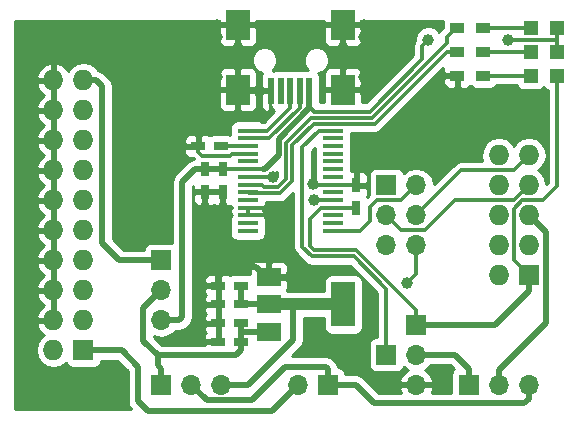
<source format=gtl>
G04 #@! TF.GenerationSoftware,KiCad,Pcbnew,(2017-01-09 revision c2fb336)-makepkg*
G04 #@! TF.CreationDate,2017-04-23T15:55:18+02:00*
G04 #@! TF.ProjectId,jtagTc2050Adaptor,6A74616754633230353041646170746F,rev?*
G04 #@! TF.FileFunction,Copper,L1,Top,Signal*
G04 #@! TF.FilePolarity,Positive*
%FSLAX46Y46*%
G04 Gerber Fmt 4.6, Leading zero omitted, Abs format (unit mm)*
G04 Created by KiCad (PCBNEW (2017-01-09 revision c2fb336)-makepkg) date 04/23/17 15:55:18*
%MOMM*%
%LPD*%
G01*
G04 APERTURE LIST*
%ADD10C,0.100000*%
%ADD11R,0.750000X1.200000*%
%ADD12R,1.200000X0.750000*%
%ADD13O,1.727200X1.727200*%
%ADD14R,1.727200X1.727200*%
%ADD15O,1.700000X1.700000*%
%ADD16R,1.700000X1.700000*%
%ADD17R,2.000000X2.500000*%
%ADD18R,0.500000X2.300000*%
%ADD19R,1.750000X0.450000*%
%ADD20R,2.000000X1.500000*%
%ADD21R,2.000000X3.800000*%
%ADD22R,1.200000X1.200000*%
%ADD23R,1.200000X0.900000*%
%ADD24C,1.000000*%
%ADD25C,0.800000*%
%ADD26C,0.300000*%
%ADD27C,0.500000*%
%ADD28C,1.000000*%
%ADD29C,0.254000*%
G04 APERTURE END LIST*
D10*
D11*
X70485000Y-78679000D03*
X70485000Y-80579000D03*
X68961000Y-80579000D03*
X68961000Y-78679000D03*
X81788000Y-81910000D03*
X81788000Y-80010000D03*
D12*
X70292000Y-76708000D03*
X68392000Y-76708000D03*
X70109000Y-93281500D03*
X72009000Y-93281500D03*
X70106500Y-91694000D03*
X72006500Y-91694000D03*
X70106500Y-90106500D03*
X72006500Y-90106500D03*
X72006500Y-88519000D03*
X70106500Y-88519000D03*
D13*
X93853000Y-77470000D03*
X96393000Y-77470000D03*
X93853000Y-80010000D03*
X96393000Y-80010000D03*
X93853000Y-82550000D03*
X96393000Y-82550000D03*
X93853000Y-85090000D03*
X96393000Y-85090000D03*
X93853000Y-87630000D03*
D14*
X96393000Y-87630000D03*
D15*
X76835000Y-96901000D03*
D16*
X79375000Y-96901000D03*
X84328000Y-94361000D03*
D15*
X86868000Y-96901000D03*
X86868000Y-94361000D03*
D16*
X86868000Y-91821000D03*
D15*
X96393000Y-96901000D03*
X93853000Y-96901000D03*
D16*
X91313000Y-96901000D03*
D17*
X71750000Y-66415000D03*
X71750000Y-71915000D03*
X80650000Y-66415000D03*
X80650000Y-71915000D03*
D18*
X74600000Y-72015000D03*
X75400000Y-72015000D03*
X76200000Y-72015000D03*
X77000000Y-72015000D03*
X77800000Y-72015000D03*
D14*
X58674000Y-93980000D03*
D13*
X56134000Y-93980000D03*
X58674000Y-91440000D03*
X56134000Y-91440000D03*
X58674000Y-88900000D03*
X56134000Y-88900000D03*
X58674000Y-86360000D03*
X56134000Y-86360000D03*
X58674000Y-83820000D03*
X56134000Y-83820000D03*
X58674000Y-81280000D03*
X56134000Y-81280000D03*
X58674000Y-78740000D03*
X56134000Y-78740000D03*
X58674000Y-76200000D03*
X56134000Y-76200000D03*
X58674000Y-73660000D03*
X56134000Y-73660000D03*
X58674000Y-71120000D03*
X56134000Y-71120000D03*
D16*
X65278000Y-86360000D03*
D15*
X65278000Y-88900000D03*
X65278000Y-91440000D03*
D16*
X65278000Y-96901000D03*
D15*
X67818000Y-96901000D03*
X70358000Y-96901000D03*
D19*
X72600000Y-83854000D03*
X72600000Y-83204000D03*
X72600000Y-82554000D03*
X72600000Y-81904000D03*
X72600000Y-81254000D03*
X72600000Y-80604000D03*
X72600000Y-79954000D03*
X72600000Y-79304000D03*
X72600000Y-78654000D03*
X72600000Y-78004000D03*
X72600000Y-77354000D03*
X72600000Y-76704000D03*
X72600000Y-76054000D03*
X72600000Y-75404000D03*
X79800000Y-75404000D03*
X79800000Y-76054000D03*
X79800000Y-76704000D03*
X79800000Y-77354000D03*
X79800000Y-78004000D03*
X79800000Y-78654000D03*
X79800000Y-79304000D03*
X79800000Y-79954000D03*
X79800000Y-80604000D03*
X79800000Y-81254000D03*
X79800000Y-81904000D03*
X79800000Y-82554000D03*
X79800000Y-83204000D03*
X79800000Y-83854000D03*
D20*
X74383500Y-87806500D03*
X74383500Y-92406500D03*
X74383500Y-90106500D03*
D21*
X80683500Y-90106500D03*
D22*
X96563000Y-66675000D03*
X98763000Y-66675000D03*
X98763000Y-68707000D03*
X96563000Y-68707000D03*
X96563000Y-70739000D03*
X98763000Y-70739000D03*
D23*
X90340000Y-66675000D03*
X92540000Y-66675000D03*
X92540000Y-68707000D03*
X90340000Y-68707000D03*
X90340000Y-70739000D03*
X92540000Y-70739000D03*
D15*
X86868000Y-85090000D03*
X84328000Y-85090000D03*
X86868000Y-82550000D03*
X84328000Y-82550000D03*
X86868000Y-80010000D03*
D16*
X84328000Y-80010000D03*
D24*
X87884000Y-67691000D03*
X94615000Y-67691000D03*
D25*
X90271600Y-73609200D03*
D24*
X82423000Y-70866000D03*
X82423000Y-71945500D03*
X82423000Y-67500500D03*
X82423000Y-66421000D03*
X69977000Y-67500500D03*
X69977000Y-66421000D03*
X69977000Y-70866000D03*
X69977000Y-71945500D03*
X76200000Y-87820500D03*
X78105000Y-79946500D03*
X66992500Y-76708000D03*
X74744704Y-79316300D03*
X74295000Y-82232500D03*
X68961000Y-81915000D03*
X70485000Y-81915000D03*
X80650000Y-68389500D03*
X71750000Y-68389500D03*
X71750000Y-69405500D03*
X80650000Y-69405500D03*
X73533000Y-72015000D03*
X86106000Y-88273531D03*
X78168500Y-81280000D03*
D26*
X77958542Y-73513542D02*
X78232000Y-73787000D01*
X78232000Y-73787000D02*
X82931000Y-73787000D01*
X87384001Y-69333999D02*
X87384001Y-68190999D01*
X77800000Y-73513542D02*
X77958542Y-73513542D01*
X82931000Y-73787000D02*
X87384001Y-69333999D01*
X87384001Y-68190999D02*
X87884000Y-67691000D01*
D27*
X68961000Y-78679000D02*
X68086000Y-78679000D01*
X68086000Y-78679000D02*
X67056000Y-79709000D01*
X67056000Y-79709000D02*
X67056000Y-91186000D01*
X67056000Y-91186000D02*
X66802000Y-91440000D01*
X66802000Y-91440000D02*
X65278000Y-91440000D01*
X75247500Y-76066042D02*
X77800000Y-73513542D01*
X75247500Y-77470000D02*
X75247500Y-76066042D01*
X74041000Y-78676500D02*
X75247500Y-77470000D01*
X73850500Y-78676500D02*
X74041000Y-78676500D01*
D26*
X98763000Y-67691000D02*
X98763000Y-68707000D01*
X98763000Y-66675000D02*
X98763000Y-67691000D01*
X98763000Y-67691000D02*
X94615000Y-67691000D01*
D27*
X70485000Y-78679000D02*
X68961000Y-78679000D01*
X77800000Y-73513542D02*
X77800000Y-72015000D01*
D26*
X72600000Y-78654000D02*
X73977500Y-78654000D01*
X72600000Y-78654000D02*
X70510000Y-78654000D01*
X70510000Y-78654000D02*
X70485000Y-78679000D01*
X90340000Y-70739000D02*
X90340000Y-73540800D01*
X90340000Y-73540800D02*
X90271600Y-73609200D01*
X72600000Y-77354000D02*
X71251002Y-77354000D01*
X71251002Y-77354000D02*
X71071502Y-77533500D01*
X71071502Y-77533500D02*
X68707000Y-77533500D01*
X68707000Y-77533500D02*
X68392000Y-77218500D01*
X68392000Y-77218500D02*
X68392000Y-76708000D01*
D27*
X80650000Y-71915000D02*
X82392500Y-71915000D01*
X82392500Y-71915000D02*
X82423000Y-71945500D01*
X82417000Y-66415000D02*
X82423000Y-66421000D01*
X80650000Y-66415000D02*
X82417000Y-66415000D01*
X71750000Y-66415000D02*
X69983000Y-66415000D01*
X69983000Y-66415000D02*
X69977000Y-66421000D01*
X71750000Y-71915000D02*
X70007500Y-71915000D01*
X70007500Y-71915000D02*
X69977000Y-71945500D01*
X74383500Y-87806500D02*
X76186000Y-87806500D01*
X76186000Y-87806500D02*
X76200000Y-87820500D01*
X70548500Y-86931500D02*
X70106500Y-87373500D01*
X70106500Y-87373500D02*
X70106500Y-88519000D01*
X73258500Y-86931500D02*
X70548500Y-86931500D01*
X74383500Y-87806500D02*
X74133500Y-87806500D01*
X74133500Y-87806500D02*
X73258500Y-86931500D01*
D26*
X79800000Y-79954000D02*
X78112500Y-79954000D01*
X78112500Y-79954000D02*
X78105000Y-79946500D01*
X79800000Y-79954000D02*
X81732000Y-79954000D01*
X81732000Y-79954000D02*
X81788000Y-80010000D01*
X68392000Y-76708000D02*
X66992500Y-76708000D01*
X72600000Y-79304000D02*
X74732404Y-79304000D01*
X74732404Y-79304000D02*
X74744704Y-79316300D01*
X72600000Y-82554000D02*
X73973500Y-82554000D01*
X73973500Y-82554000D02*
X74295000Y-82232500D01*
X72600000Y-81904000D02*
X73966500Y-81904000D01*
X73966500Y-81904000D02*
X74295000Y-82232500D01*
X72600000Y-82554000D02*
X72600000Y-81904000D01*
D27*
X68961000Y-80579000D02*
X68961000Y-81915000D01*
X70485000Y-80579000D02*
X70485000Y-81915000D01*
X80650000Y-68389500D02*
X80650000Y-69405500D01*
X80650000Y-66415000D02*
X80650000Y-68389500D01*
X71750000Y-69405500D02*
X71750000Y-68389500D01*
X71750000Y-66415000D02*
X71750000Y-68389500D01*
X71750000Y-71915000D02*
X71750000Y-69405500D01*
X80650000Y-69405500D02*
X80650000Y-71915000D01*
X71750000Y-66415000D02*
X73250000Y-66415000D01*
X73250000Y-66415000D02*
X80650000Y-66415000D01*
X73533000Y-72015000D02*
X71850000Y-72015000D01*
X74600000Y-72015000D02*
X73533000Y-72015000D01*
X71850000Y-72015000D02*
X71750000Y-71915000D01*
X76835000Y-96901000D02*
X74612500Y-99123500D01*
X64135000Y-99123500D02*
X63309500Y-98298000D01*
X74612500Y-99123500D02*
X64135000Y-99123500D01*
X63309500Y-98298000D02*
X63309500Y-95377000D01*
X63309500Y-95377000D02*
X61912500Y-93980000D01*
X61912500Y-93980000D02*
X58674000Y-93980000D01*
D26*
X98763000Y-70739000D02*
X98763000Y-80116500D01*
X98763000Y-80116500D02*
X97599500Y-81280000D01*
X95948500Y-87185500D02*
X96393000Y-87630000D01*
X97599500Y-81280000D02*
X95830120Y-81280000D01*
X95830120Y-81280000D02*
X95123000Y-81987120D01*
X95123000Y-81987120D02*
X95123000Y-86360000D01*
X95123000Y-86360000D02*
X95948500Y-87185500D01*
X86868000Y-90605878D02*
X81796622Y-85534500D01*
X77851000Y-85153500D02*
X77851000Y-82855502D01*
X86868000Y-91821000D02*
X86868000Y-90605878D01*
X81796622Y-85534500D02*
X78232000Y-85534500D01*
X77851000Y-82855502D02*
X78802502Y-81904000D01*
X78232000Y-85534500D02*
X77851000Y-85153500D01*
X78802502Y-81904000D02*
X79800000Y-81904000D01*
D27*
X96393000Y-87630000D02*
X96393000Y-88993600D01*
X96393000Y-88993600D02*
X93565600Y-91821000D01*
X93565600Y-91821000D02*
X88218000Y-91821000D01*
X88218000Y-91821000D02*
X86868000Y-91821000D01*
D26*
X79800000Y-81904000D02*
X81782000Y-81904000D01*
X81782000Y-81904000D02*
X81788000Y-81910000D01*
X72600000Y-76704000D02*
X70296000Y-76704000D01*
X70296000Y-76704000D02*
X70292000Y-76708000D01*
D27*
X65278000Y-96901000D02*
X65278000Y-95551000D01*
X65278000Y-95551000D02*
X64960500Y-95233500D01*
X64960500Y-95233500D02*
X64960500Y-94424500D01*
X72009000Y-93281500D02*
X72009000Y-92456000D01*
X72834000Y-92456000D02*
X72009000Y-92456000D01*
X72009000Y-92456000D02*
X72009000Y-91696500D01*
X74383500Y-92406500D02*
X72883500Y-92406500D01*
X72883500Y-92406500D02*
X72834000Y-92456000D01*
X65278000Y-88900000D02*
X63754000Y-90424000D01*
X63754000Y-90424000D02*
X63754000Y-93218000D01*
X63754000Y-93218000D02*
X64960500Y-94424500D01*
X64960500Y-94424500D02*
X71564500Y-94424500D01*
X71564500Y-94424500D02*
X72009000Y-93980000D01*
X72009000Y-93980000D02*
X72009000Y-93281500D01*
X72009000Y-91696500D02*
X72006500Y-91694000D01*
X76454000Y-90106500D02*
X76454000Y-93091000D01*
X76454000Y-93091000D02*
X72644000Y-96901000D01*
X72644000Y-96901000D02*
X71560081Y-96901000D01*
X71560081Y-96901000D02*
X70358000Y-96901000D01*
D28*
X76454000Y-90106500D02*
X80683500Y-90106500D01*
X74383500Y-90106500D02*
X76454000Y-90106500D01*
D27*
X74383500Y-90106500D02*
X72006500Y-90106500D01*
X72006500Y-90106500D02*
X72006500Y-88519000D01*
D26*
X86868000Y-82550000D02*
X90678000Y-78740000D01*
X90678000Y-78740000D02*
X95123000Y-78740000D01*
X95123000Y-78740000D02*
X95529401Y-78333599D01*
X95529401Y-78333599D02*
X96393000Y-77470000D01*
X84328000Y-82550000D02*
X85598000Y-83820000D01*
X87566500Y-83820000D02*
X90106500Y-81280000D01*
X95123000Y-81280000D02*
X95529401Y-80873599D01*
X85598000Y-83820000D02*
X87566500Y-83820000D01*
X90106500Y-81280000D02*
X95123000Y-81280000D01*
X95529401Y-80873599D02*
X96393000Y-80010000D01*
D27*
X93853000Y-96901000D02*
X93853000Y-95698919D01*
X93853000Y-95698919D02*
X97853500Y-91698419D01*
X97256599Y-83413599D02*
X96393000Y-82550000D01*
X97853500Y-91698419D02*
X97853500Y-84010500D01*
X97853500Y-84010500D02*
X97256599Y-83413599D01*
X75755500Y-95377000D02*
X79201000Y-95377000D01*
X79201000Y-95377000D02*
X79375000Y-95551000D01*
X79375000Y-95551000D02*
X79375000Y-96901000D01*
X72931499Y-98201001D02*
X75755500Y-95377000D01*
X67818000Y-96901000D02*
X69118001Y-98201001D01*
X69118001Y-98201001D02*
X72931499Y-98201001D01*
X96393000Y-96901000D02*
X96393000Y-98103081D01*
X96393000Y-98103081D02*
X96007581Y-98488500D01*
X96007581Y-98488500D02*
X83312000Y-98488500D01*
X83312000Y-98488500D02*
X81724500Y-96901000D01*
X81724500Y-96901000D02*
X79375000Y-96901000D01*
D26*
X77216000Y-85225622D02*
X77216000Y-76813000D01*
X78024888Y-86034510D02*
X77216000Y-85225622D01*
X81589511Y-86034511D02*
X78024888Y-86034510D01*
X84328000Y-88773000D02*
X81589511Y-86034511D01*
X84328000Y-94361000D02*
X84328000Y-88773000D01*
X78625000Y-75404000D02*
X79800000Y-75404000D01*
X77216000Y-76813000D02*
X78625000Y-75404000D01*
D27*
X86868000Y-94361000D02*
X90123000Y-94361000D01*
X90123000Y-94361000D02*
X91313000Y-95551000D01*
X91313000Y-95551000D02*
X91313000Y-96901000D01*
D26*
X76200000Y-72015000D02*
X76200000Y-73465000D01*
X76200000Y-73465000D02*
X74261000Y-75404000D01*
X74261000Y-75404000D02*
X73775000Y-75404000D01*
X73775000Y-75404000D02*
X72600000Y-75404000D01*
X77000000Y-72015000D02*
X77000000Y-73465000D01*
X77000000Y-73465000D02*
X74411000Y-76054000D01*
X74411000Y-76054000D02*
X73775000Y-76054000D01*
X73775000Y-76054000D02*
X72600000Y-76054000D01*
D27*
X58674000Y-71120000D02*
X59753500Y-71120000D01*
X59753500Y-71120000D02*
X60261500Y-71628000D01*
X60261500Y-71628000D02*
X60261500Y-84899500D01*
X60261500Y-84899500D02*
X61722000Y-86360000D01*
X61722000Y-86360000D02*
X65278000Y-86360000D01*
D26*
X86605999Y-87773532D02*
X86106000Y-88273531D01*
X86868000Y-87511531D02*
X86605999Y-87773532D01*
X86868000Y-85090000D02*
X86868000Y-87511531D01*
X79800000Y-83854000D02*
X82135000Y-83854000D01*
X82135000Y-83854000D02*
X82931000Y-83058000D01*
X82931000Y-83058000D02*
X82931000Y-81851500D01*
X85598000Y-81280000D02*
X86018001Y-80859999D01*
X82931000Y-81851500D02*
X83502500Y-81280000D01*
X83502500Y-81280000D02*
X85598000Y-81280000D01*
X86018001Y-80859999D02*
X86868000Y-80010000D01*
X79800000Y-81254000D02*
X78194500Y-81254000D01*
X78194500Y-81254000D02*
X78168500Y-81280000D01*
X92540000Y-66675000D02*
X96563000Y-66675000D01*
X96563000Y-68707000D02*
X95663000Y-68707000D01*
X95663000Y-68707000D02*
X92540000Y-68707000D01*
X92540000Y-70739000D02*
X96563000Y-70739000D01*
X83138112Y-74287010D02*
X89440000Y-67985122D01*
X90190000Y-66675000D02*
X90340000Y-66675000D01*
X89440000Y-67425000D02*
X90190000Y-66675000D01*
X89440000Y-67985122D02*
X89440000Y-67425000D01*
X73775000Y-79954000D02*
X73987301Y-80166301D01*
X72600000Y-79954000D02*
X73775000Y-79954000D01*
X73987301Y-80166301D02*
X75152705Y-80166301D01*
X77985989Y-74287011D02*
X83138112Y-74287010D01*
X75847511Y-79471495D02*
X75847511Y-76425489D01*
X75847511Y-76425489D02*
X77985989Y-74287011D01*
X75152705Y-80166301D02*
X75847511Y-79471495D01*
X72662312Y-80666312D02*
X72600000Y-80604000D01*
X76347522Y-79678606D02*
X75359816Y-80666312D01*
X76347522Y-76632600D02*
X76347522Y-79678606D01*
X78193100Y-74787022D02*
X76347522Y-76632600D01*
X89425244Y-68707000D02*
X83345222Y-74787022D01*
X90340000Y-68707000D02*
X89425244Y-68707000D01*
X75359816Y-80666312D02*
X72662312Y-80666312D01*
X83345222Y-74787022D02*
X78193100Y-74787022D01*
D29*
G36*
X70115000Y-66129250D02*
X70273750Y-66288000D01*
X71623000Y-66288000D01*
X71623000Y-66268000D01*
X71877000Y-66268000D01*
X71877000Y-66288000D01*
X73226250Y-66288000D01*
X73385000Y-66129250D01*
X73385000Y-66115000D01*
X79015000Y-66115000D01*
X79015000Y-66129250D01*
X79173750Y-66288000D01*
X80523000Y-66288000D01*
X80523000Y-66268000D01*
X80777000Y-66268000D01*
X80777000Y-66288000D01*
X82126250Y-66288000D01*
X82285000Y-66129250D01*
X82285000Y-66115000D01*
X89114440Y-66115000D01*
X89092560Y-66225000D01*
X89092560Y-66662282D01*
X88884921Y-66869921D01*
X88797978Y-67000040D01*
X88527765Y-66729355D01*
X88110756Y-66556197D01*
X87659225Y-66555803D01*
X87241914Y-66728233D01*
X86922355Y-67047235D01*
X86749197Y-67464244D01*
X86748943Y-67755618D01*
X86658756Y-67890592D01*
X86639953Y-67985122D01*
X86599001Y-68190999D01*
X86599001Y-69008841D01*
X82605842Y-73002000D01*
X82285000Y-73002000D01*
X82285000Y-72200750D01*
X82126250Y-72042000D01*
X80777000Y-72042000D01*
X80777000Y-72062000D01*
X80523000Y-72062000D01*
X80523000Y-72042000D01*
X79173750Y-72042000D01*
X79015000Y-72200750D01*
X79015000Y-73002000D01*
X78697440Y-73002000D01*
X78697440Y-70865000D01*
X78648157Y-70617235D01*
X78595676Y-70538691D01*
X79015000Y-70538691D01*
X79015000Y-71629250D01*
X79173750Y-71788000D01*
X80523000Y-71788000D01*
X80523000Y-70188750D01*
X80777000Y-70188750D01*
X80777000Y-71788000D01*
X82126250Y-71788000D01*
X82285000Y-71629250D01*
X82285000Y-70538691D01*
X82188327Y-70305302D01*
X82009699Y-70126673D01*
X81776310Y-70030000D01*
X80935750Y-70030000D01*
X80777000Y-70188750D01*
X80523000Y-70188750D01*
X80364250Y-70030000D01*
X79523690Y-70030000D01*
X79290301Y-70126673D01*
X79111673Y-70305302D01*
X79015000Y-70538691D01*
X78595676Y-70538691D01*
X78569922Y-70500149D01*
X78614873Y-70500188D01*
X79013800Y-70335354D01*
X79319282Y-70030405D01*
X79484811Y-69631767D01*
X79485188Y-69200127D01*
X79320354Y-68801200D01*
X79015405Y-68495718D01*
X78616767Y-68330189D01*
X78185127Y-68329812D01*
X77786200Y-68494646D01*
X77480718Y-68799595D01*
X77315189Y-69198233D01*
X77314812Y-69629873D01*
X77479646Y-70028800D01*
X77668077Y-70217560D01*
X77550000Y-70217560D01*
X77400000Y-70247397D01*
X77250000Y-70217560D01*
X76750000Y-70217560D01*
X76600000Y-70247397D01*
X76450000Y-70217560D01*
X75950000Y-70217560D01*
X75800000Y-70247397D01*
X75650000Y-70217560D01*
X75150000Y-70217560D01*
X75012369Y-70244936D01*
X74976310Y-70230000D01*
X74883750Y-70230000D01*
X74735492Y-70378258D01*
X74727002Y-70383931D01*
X74727002Y-70230000D01*
X74719338Y-70230000D01*
X74919282Y-70030405D01*
X75084811Y-69631767D01*
X75085188Y-69200127D01*
X74920354Y-68801200D01*
X74615405Y-68495718D01*
X74216767Y-68330189D01*
X73785127Y-68329812D01*
X73386200Y-68494646D01*
X73080718Y-68799595D01*
X72915189Y-69198233D01*
X72914812Y-69629873D01*
X73079646Y-70028800D01*
X73384595Y-70334282D01*
X73783233Y-70499811D01*
X73817134Y-70499841D01*
X73811673Y-70505302D01*
X73715000Y-70738691D01*
X73715000Y-71729250D01*
X73873750Y-71888000D01*
X74475000Y-71888000D01*
X74475000Y-71868000D01*
X74502560Y-71868000D01*
X74502560Y-73165000D01*
X74551843Y-73412765D01*
X74692191Y-73622809D01*
X74735492Y-73651742D01*
X74819296Y-73735546D01*
X73935842Y-74619000D01*
X73779871Y-74619000D01*
X73722765Y-74580843D01*
X73475000Y-74531560D01*
X71725000Y-74531560D01*
X71477235Y-74580843D01*
X71267191Y-74721191D01*
X71126843Y-74931235D01*
X71077560Y-75179000D01*
X71077560Y-75629000D01*
X71096918Y-75726320D01*
X70892000Y-75685560D01*
X69692000Y-75685560D01*
X69444235Y-75734843D01*
X69352898Y-75795873D01*
X69351698Y-75794673D01*
X69118309Y-75698000D01*
X68677750Y-75698000D01*
X68519000Y-75856750D01*
X68519000Y-76581000D01*
X68539000Y-76581000D01*
X68539000Y-76835000D01*
X68519000Y-76835000D01*
X68519000Y-76855000D01*
X68265000Y-76855000D01*
X68265000Y-76835000D01*
X67315750Y-76835000D01*
X67157000Y-76993750D01*
X67157000Y-77209310D01*
X67253673Y-77442699D01*
X67432302Y-77621327D01*
X67665691Y-77718000D01*
X68063505Y-77718000D01*
X68001491Y-77810809D01*
X67803516Y-77850190D01*
X67747325Y-77861367D01*
X67460210Y-78053210D01*
X67460208Y-78053213D01*
X66430210Y-79083210D01*
X66238367Y-79370325D01*
X66238367Y-79370326D01*
X66170999Y-79709000D01*
X66171000Y-79709005D01*
X66171000Y-84871113D01*
X66128000Y-84862560D01*
X64428000Y-84862560D01*
X64180235Y-84911843D01*
X63970191Y-85052191D01*
X63829843Y-85262235D01*
X63787522Y-85475000D01*
X62088579Y-85475000D01*
X61146500Y-84532920D01*
X61146500Y-76206690D01*
X67157000Y-76206690D01*
X67157000Y-76422250D01*
X67315750Y-76581000D01*
X68265000Y-76581000D01*
X68265000Y-75856750D01*
X68106250Y-75698000D01*
X67665691Y-75698000D01*
X67432302Y-75794673D01*
X67253673Y-75973301D01*
X67157000Y-76206690D01*
X61146500Y-76206690D01*
X61146500Y-72200750D01*
X70115000Y-72200750D01*
X70115000Y-73291309D01*
X70211673Y-73524698D01*
X70390301Y-73703327D01*
X70623690Y-73800000D01*
X71464250Y-73800000D01*
X71623000Y-73641250D01*
X71623000Y-72042000D01*
X71877000Y-72042000D01*
X71877000Y-73641250D01*
X72035750Y-73800000D01*
X72876310Y-73800000D01*
X73109699Y-73703327D01*
X73288327Y-73524698D01*
X73385000Y-73291309D01*
X73385000Y-72300750D01*
X73715000Y-72300750D01*
X73715000Y-73291309D01*
X73811673Y-73524698D01*
X73990301Y-73703327D01*
X74223690Y-73800000D01*
X74316250Y-73800000D01*
X74475000Y-73641250D01*
X74475000Y-72142000D01*
X73873750Y-72142000D01*
X73715000Y-72300750D01*
X73385000Y-72300750D01*
X73385000Y-72200750D01*
X73226250Y-72042000D01*
X71877000Y-72042000D01*
X71623000Y-72042000D01*
X70273750Y-72042000D01*
X70115000Y-72200750D01*
X61146500Y-72200750D01*
X61146500Y-71628000D01*
X61079133Y-71289325D01*
X60887290Y-71002210D01*
X60887287Y-71002208D01*
X60423771Y-70538691D01*
X70115000Y-70538691D01*
X70115000Y-71629250D01*
X70273750Y-71788000D01*
X71623000Y-71788000D01*
X71623000Y-70188750D01*
X71877000Y-70188750D01*
X71877000Y-71788000D01*
X73226250Y-71788000D01*
X73385000Y-71629250D01*
X73385000Y-70538691D01*
X73288327Y-70305302D01*
X73109699Y-70126673D01*
X72876310Y-70030000D01*
X72035750Y-70030000D01*
X71877000Y-70188750D01*
X71623000Y-70188750D01*
X71464250Y-70030000D01*
X70623690Y-70030000D01*
X70390301Y-70126673D01*
X70211673Y-70305302D01*
X70115000Y-70538691D01*
X60423771Y-70538691D01*
X60379290Y-70494210D01*
X60092175Y-70302367D01*
X60024975Y-70289000D01*
X59887855Y-70261724D01*
X59733670Y-70030971D01*
X59247489Y-69706115D01*
X58674000Y-69592041D01*
X58100511Y-69706115D01*
X57614330Y-70030971D01*
X57398336Y-70354228D01*
X57340821Y-70231510D01*
X56908947Y-69837312D01*
X56493026Y-69665042D01*
X56261000Y-69786183D01*
X56261000Y-70993000D01*
X56281000Y-70993000D01*
X56281000Y-71247000D01*
X56261000Y-71247000D01*
X56261000Y-73533000D01*
X56281000Y-73533000D01*
X56281000Y-73787000D01*
X56261000Y-73787000D01*
X56261000Y-76073000D01*
X56281000Y-76073000D01*
X56281000Y-76327000D01*
X56261000Y-76327000D01*
X56261000Y-78613000D01*
X56281000Y-78613000D01*
X56281000Y-78867000D01*
X56261000Y-78867000D01*
X56261000Y-81153000D01*
X56281000Y-81153000D01*
X56281000Y-81407000D01*
X56261000Y-81407000D01*
X56261000Y-83693000D01*
X56281000Y-83693000D01*
X56281000Y-83947000D01*
X56261000Y-83947000D01*
X56261000Y-86233000D01*
X56281000Y-86233000D01*
X56281000Y-86487000D01*
X56261000Y-86487000D01*
X56261000Y-88773000D01*
X56281000Y-88773000D01*
X56281000Y-89027000D01*
X56261000Y-89027000D01*
X56261000Y-91313000D01*
X56281000Y-91313000D01*
X56281000Y-91567000D01*
X56261000Y-91567000D01*
X56261000Y-91587000D01*
X56007000Y-91587000D01*
X56007000Y-91567000D01*
X54799531Y-91567000D01*
X54679032Y-91799027D01*
X54927179Y-92328490D01*
X55345161Y-92710008D01*
X55074330Y-92890971D01*
X54749474Y-93377152D01*
X54635400Y-93950641D01*
X54635400Y-94009359D01*
X54749474Y-94582848D01*
X55074330Y-95069029D01*
X55560511Y-95393885D01*
X56134000Y-95507959D01*
X56707489Y-95393885D01*
X57193670Y-95069029D01*
X57204559Y-95052733D01*
X57212243Y-95091365D01*
X57352591Y-95301409D01*
X57562635Y-95441757D01*
X57810400Y-95491040D01*
X59537600Y-95491040D01*
X59785365Y-95441757D01*
X59995409Y-95301409D01*
X60135757Y-95091365D01*
X60180783Y-94865000D01*
X61545920Y-94865000D01*
X62424500Y-95743579D01*
X62424500Y-98297995D01*
X62424499Y-98298000D01*
X62480690Y-98580484D01*
X62491867Y-98636675D01*
X62681655Y-98920714D01*
X62683710Y-98923790D01*
X62744920Y-98985000D01*
X52907000Y-98985000D01*
X52907000Y-89259027D01*
X54679032Y-89259027D01*
X54927179Y-89788490D01*
X55345152Y-90170000D01*
X54927179Y-90551510D01*
X54679032Y-91080973D01*
X54799531Y-91313000D01*
X56007000Y-91313000D01*
X56007000Y-89027000D01*
X54799531Y-89027000D01*
X54679032Y-89259027D01*
X52907000Y-89259027D01*
X52907000Y-86719027D01*
X54679032Y-86719027D01*
X54927179Y-87248490D01*
X55345152Y-87630000D01*
X54927179Y-88011510D01*
X54679032Y-88540973D01*
X54799531Y-88773000D01*
X56007000Y-88773000D01*
X56007000Y-86487000D01*
X54799531Y-86487000D01*
X54679032Y-86719027D01*
X52907000Y-86719027D01*
X52907000Y-84179027D01*
X54679032Y-84179027D01*
X54927179Y-84708490D01*
X55345152Y-85090000D01*
X54927179Y-85471510D01*
X54679032Y-86000973D01*
X54799531Y-86233000D01*
X56007000Y-86233000D01*
X56007000Y-83947000D01*
X54799531Y-83947000D01*
X54679032Y-84179027D01*
X52907000Y-84179027D01*
X52907000Y-81639027D01*
X54679032Y-81639027D01*
X54927179Y-82168490D01*
X55345152Y-82550000D01*
X54927179Y-82931510D01*
X54679032Y-83460973D01*
X54799531Y-83693000D01*
X56007000Y-83693000D01*
X56007000Y-81407000D01*
X54799531Y-81407000D01*
X54679032Y-81639027D01*
X52907000Y-81639027D01*
X52907000Y-79099027D01*
X54679032Y-79099027D01*
X54927179Y-79628490D01*
X55345152Y-80010000D01*
X54927179Y-80391510D01*
X54679032Y-80920973D01*
X54799531Y-81153000D01*
X56007000Y-81153000D01*
X56007000Y-78867000D01*
X54799531Y-78867000D01*
X54679032Y-79099027D01*
X52907000Y-79099027D01*
X52907000Y-76559027D01*
X54679032Y-76559027D01*
X54927179Y-77088490D01*
X55345152Y-77470000D01*
X54927179Y-77851510D01*
X54679032Y-78380973D01*
X54799531Y-78613000D01*
X56007000Y-78613000D01*
X56007000Y-76327000D01*
X54799531Y-76327000D01*
X54679032Y-76559027D01*
X52907000Y-76559027D01*
X52907000Y-74019027D01*
X54679032Y-74019027D01*
X54927179Y-74548490D01*
X55345152Y-74930000D01*
X54927179Y-75311510D01*
X54679032Y-75840973D01*
X54799531Y-76073000D01*
X56007000Y-76073000D01*
X56007000Y-73787000D01*
X54799531Y-73787000D01*
X54679032Y-74019027D01*
X52907000Y-74019027D01*
X52907000Y-71479027D01*
X54679032Y-71479027D01*
X54927179Y-72008490D01*
X55345152Y-72390000D01*
X54927179Y-72771510D01*
X54679032Y-73300973D01*
X54799531Y-73533000D01*
X56007000Y-73533000D01*
X56007000Y-71247000D01*
X54799531Y-71247000D01*
X54679032Y-71479027D01*
X52907000Y-71479027D01*
X52907000Y-70760973D01*
X54679032Y-70760973D01*
X54799531Y-70993000D01*
X56007000Y-70993000D01*
X56007000Y-69786183D01*
X55774974Y-69665042D01*
X55359053Y-69837312D01*
X54927179Y-70231510D01*
X54679032Y-70760973D01*
X52907000Y-70760973D01*
X52907000Y-66700750D01*
X70115000Y-66700750D01*
X70115000Y-67791309D01*
X70211673Y-68024698D01*
X70390301Y-68203327D01*
X70623690Y-68300000D01*
X71464250Y-68300000D01*
X71623000Y-68141250D01*
X71623000Y-66542000D01*
X71877000Y-66542000D01*
X71877000Y-68141250D01*
X72035750Y-68300000D01*
X72876310Y-68300000D01*
X73109699Y-68203327D01*
X73288327Y-68024698D01*
X73385000Y-67791309D01*
X73385000Y-66700750D01*
X79015000Y-66700750D01*
X79015000Y-67791309D01*
X79111673Y-68024698D01*
X79290301Y-68203327D01*
X79523690Y-68300000D01*
X80364250Y-68300000D01*
X80523000Y-68141250D01*
X80523000Y-66542000D01*
X80777000Y-66542000D01*
X80777000Y-68141250D01*
X80935750Y-68300000D01*
X81776310Y-68300000D01*
X82009699Y-68203327D01*
X82188327Y-68024698D01*
X82285000Y-67791309D01*
X82285000Y-66700750D01*
X82126250Y-66542000D01*
X80777000Y-66542000D01*
X80523000Y-66542000D01*
X79173750Y-66542000D01*
X79015000Y-66700750D01*
X73385000Y-66700750D01*
X73226250Y-66542000D01*
X71877000Y-66542000D01*
X71623000Y-66542000D01*
X70273750Y-66542000D01*
X70115000Y-66700750D01*
X52907000Y-66700750D01*
X52907000Y-66115000D01*
X70115000Y-66115000D01*
X70115000Y-66129250D01*
X70115000Y-66129250D01*
G37*
X70115000Y-66129250D02*
X70273750Y-66288000D01*
X71623000Y-66288000D01*
X71623000Y-66268000D01*
X71877000Y-66268000D01*
X71877000Y-66288000D01*
X73226250Y-66288000D01*
X73385000Y-66129250D01*
X73385000Y-66115000D01*
X79015000Y-66115000D01*
X79015000Y-66129250D01*
X79173750Y-66288000D01*
X80523000Y-66288000D01*
X80523000Y-66268000D01*
X80777000Y-66268000D01*
X80777000Y-66288000D01*
X82126250Y-66288000D01*
X82285000Y-66129250D01*
X82285000Y-66115000D01*
X89114440Y-66115000D01*
X89092560Y-66225000D01*
X89092560Y-66662282D01*
X88884921Y-66869921D01*
X88797978Y-67000040D01*
X88527765Y-66729355D01*
X88110756Y-66556197D01*
X87659225Y-66555803D01*
X87241914Y-66728233D01*
X86922355Y-67047235D01*
X86749197Y-67464244D01*
X86748943Y-67755618D01*
X86658756Y-67890592D01*
X86639953Y-67985122D01*
X86599001Y-68190999D01*
X86599001Y-69008841D01*
X82605842Y-73002000D01*
X82285000Y-73002000D01*
X82285000Y-72200750D01*
X82126250Y-72042000D01*
X80777000Y-72042000D01*
X80777000Y-72062000D01*
X80523000Y-72062000D01*
X80523000Y-72042000D01*
X79173750Y-72042000D01*
X79015000Y-72200750D01*
X79015000Y-73002000D01*
X78697440Y-73002000D01*
X78697440Y-70865000D01*
X78648157Y-70617235D01*
X78595676Y-70538691D01*
X79015000Y-70538691D01*
X79015000Y-71629250D01*
X79173750Y-71788000D01*
X80523000Y-71788000D01*
X80523000Y-70188750D01*
X80777000Y-70188750D01*
X80777000Y-71788000D01*
X82126250Y-71788000D01*
X82285000Y-71629250D01*
X82285000Y-70538691D01*
X82188327Y-70305302D01*
X82009699Y-70126673D01*
X81776310Y-70030000D01*
X80935750Y-70030000D01*
X80777000Y-70188750D01*
X80523000Y-70188750D01*
X80364250Y-70030000D01*
X79523690Y-70030000D01*
X79290301Y-70126673D01*
X79111673Y-70305302D01*
X79015000Y-70538691D01*
X78595676Y-70538691D01*
X78569922Y-70500149D01*
X78614873Y-70500188D01*
X79013800Y-70335354D01*
X79319282Y-70030405D01*
X79484811Y-69631767D01*
X79485188Y-69200127D01*
X79320354Y-68801200D01*
X79015405Y-68495718D01*
X78616767Y-68330189D01*
X78185127Y-68329812D01*
X77786200Y-68494646D01*
X77480718Y-68799595D01*
X77315189Y-69198233D01*
X77314812Y-69629873D01*
X77479646Y-70028800D01*
X77668077Y-70217560D01*
X77550000Y-70217560D01*
X77400000Y-70247397D01*
X77250000Y-70217560D01*
X76750000Y-70217560D01*
X76600000Y-70247397D01*
X76450000Y-70217560D01*
X75950000Y-70217560D01*
X75800000Y-70247397D01*
X75650000Y-70217560D01*
X75150000Y-70217560D01*
X75012369Y-70244936D01*
X74976310Y-70230000D01*
X74883750Y-70230000D01*
X74735492Y-70378258D01*
X74727002Y-70383931D01*
X74727002Y-70230000D01*
X74719338Y-70230000D01*
X74919282Y-70030405D01*
X75084811Y-69631767D01*
X75085188Y-69200127D01*
X74920354Y-68801200D01*
X74615405Y-68495718D01*
X74216767Y-68330189D01*
X73785127Y-68329812D01*
X73386200Y-68494646D01*
X73080718Y-68799595D01*
X72915189Y-69198233D01*
X72914812Y-69629873D01*
X73079646Y-70028800D01*
X73384595Y-70334282D01*
X73783233Y-70499811D01*
X73817134Y-70499841D01*
X73811673Y-70505302D01*
X73715000Y-70738691D01*
X73715000Y-71729250D01*
X73873750Y-71888000D01*
X74475000Y-71888000D01*
X74475000Y-71868000D01*
X74502560Y-71868000D01*
X74502560Y-73165000D01*
X74551843Y-73412765D01*
X74692191Y-73622809D01*
X74735492Y-73651742D01*
X74819296Y-73735546D01*
X73935842Y-74619000D01*
X73779871Y-74619000D01*
X73722765Y-74580843D01*
X73475000Y-74531560D01*
X71725000Y-74531560D01*
X71477235Y-74580843D01*
X71267191Y-74721191D01*
X71126843Y-74931235D01*
X71077560Y-75179000D01*
X71077560Y-75629000D01*
X71096918Y-75726320D01*
X70892000Y-75685560D01*
X69692000Y-75685560D01*
X69444235Y-75734843D01*
X69352898Y-75795873D01*
X69351698Y-75794673D01*
X69118309Y-75698000D01*
X68677750Y-75698000D01*
X68519000Y-75856750D01*
X68519000Y-76581000D01*
X68539000Y-76581000D01*
X68539000Y-76835000D01*
X68519000Y-76835000D01*
X68519000Y-76855000D01*
X68265000Y-76855000D01*
X68265000Y-76835000D01*
X67315750Y-76835000D01*
X67157000Y-76993750D01*
X67157000Y-77209310D01*
X67253673Y-77442699D01*
X67432302Y-77621327D01*
X67665691Y-77718000D01*
X68063505Y-77718000D01*
X68001491Y-77810809D01*
X67803516Y-77850190D01*
X67747325Y-77861367D01*
X67460210Y-78053210D01*
X67460208Y-78053213D01*
X66430210Y-79083210D01*
X66238367Y-79370325D01*
X66238367Y-79370326D01*
X66170999Y-79709000D01*
X66171000Y-79709005D01*
X66171000Y-84871113D01*
X66128000Y-84862560D01*
X64428000Y-84862560D01*
X64180235Y-84911843D01*
X63970191Y-85052191D01*
X63829843Y-85262235D01*
X63787522Y-85475000D01*
X62088579Y-85475000D01*
X61146500Y-84532920D01*
X61146500Y-76206690D01*
X67157000Y-76206690D01*
X67157000Y-76422250D01*
X67315750Y-76581000D01*
X68265000Y-76581000D01*
X68265000Y-75856750D01*
X68106250Y-75698000D01*
X67665691Y-75698000D01*
X67432302Y-75794673D01*
X67253673Y-75973301D01*
X67157000Y-76206690D01*
X61146500Y-76206690D01*
X61146500Y-72200750D01*
X70115000Y-72200750D01*
X70115000Y-73291309D01*
X70211673Y-73524698D01*
X70390301Y-73703327D01*
X70623690Y-73800000D01*
X71464250Y-73800000D01*
X71623000Y-73641250D01*
X71623000Y-72042000D01*
X71877000Y-72042000D01*
X71877000Y-73641250D01*
X72035750Y-73800000D01*
X72876310Y-73800000D01*
X73109699Y-73703327D01*
X73288327Y-73524698D01*
X73385000Y-73291309D01*
X73385000Y-72300750D01*
X73715000Y-72300750D01*
X73715000Y-73291309D01*
X73811673Y-73524698D01*
X73990301Y-73703327D01*
X74223690Y-73800000D01*
X74316250Y-73800000D01*
X74475000Y-73641250D01*
X74475000Y-72142000D01*
X73873750Y-72142000D01*
X73715000Y-72300750D01*
X73385000Y-72300750D01*
X73385000Y-72200750D01*
X73226250Y-72042000D01*
X71877000Y-72042000D01*
X71623000Y-72042000D01*
X70273750Y-72042000D01*
X70115000Y-72200750D01*
X61146500Y-72200750D01*
X61146500Y-71628000D01*
X61079133Y-71289325D01*
X60887290Y-71002210D01*
X60887287Y-71002208D01*
X60423771Y-70538691D01*
X70115000Y-70538691D01*
X70115000Y-71629250D01*
X70273750Y-71788000D01*
X71623000Y-71788000D01*
X71623000Y-70188750D01*
X71877000Y-70188750D01*
X71877000Y-71788000D01*
X73226250Y-71788000D01*
X73385000Y-71629250D01*
X73385000Y-70538691D01*
X73288327Y-70305302D01*
X73109699Y-70126673D01*
X72876310Y-70030000D01*
X72035750Y-70030000D01*
X71877000Y-70188750D01*
X71623000Y-70188750D01*
X71464250Y-70030000D01*
X70623690Y-70030000D01*
X70390301Y-70126673D01*
X70211673Y-70305302D01*
X70115000Y-70538691D01*
X60423771Y-70538691D01*
X60379290Y-70494210D01*
X60092175Y-70302367D01*
X60024975Y-70289000D01*
X59887855Y-70261724D01*
X59733670Y-70030971D01*
X59247489Y-69706115D01*
X58674000Y-69592041D01*
X58100511Y-69706115D01*
X57614330Y-70030971D01*
X57398336Y-70354228D01*
X57340821Y-70231510D01*
X56908947Y-69837312D01*
X56493026Y-69665042D01*
X56261000Y-69786183D01*
X56261000Y-70993000D01*
X56281000Y-70993000D01*
X56281000Y-71247000D01*
X56261000Y-71247000D01*
X56261000Y-73533000D01*
X56281000Y-73533000D01*
X56281000Y-73787000D01*
X56261000Y-73787000D01*
X56261000Y-76073000D01*
X56281000Y-76073000D01*
X56281000Y-76327000D01*
X56261000Y-76327000D01*
X56261000Y-78613000D01*
X56281000Y-78613000D01*
X56281000Y-78867000D01*
X56261000Y-78867000D01*
X56261000Y-81153000D01*
X56281000Y-81153000D01*
X56281000Y-81407000D01*
X56261000Y-81407000D01*
X56261000Y-83693000D01*
X56281000Y-83693000D01*
X56281000Y-83947000D01*
X56261000Y-83947000D01*
X56261000Y-86233000D01*
X56281000Y-86233000D01*
X56281000Y-86487000D01*
X56261000Y-86487000D01*
X56261000Y-88773000D01*
X56281000Y-88773000D01*
X56281000Y-89027000D01*
X56261000Y-89027000D01*
X56261000Y-91313000D01*
X56281000Y-91313000D01*
X56281000Y-91567000D01*
X56261000Y-91567000D01*
X56261000Y-91587000D01*
X56007000Y-91587000D01*
X56007000Y-91567000D01*
X54799531Y-91567000D01*
X54679032Y-91799027D01*
X54927179Y-92328490D01*
X55345161Y-92710008D01*
X55074330Y-92890971D01*
X54749474Y-93377152D01*
X54635400Y-93950641D01*
X54635400Y-94009359D01*
X54749474Y-94582848D01*
X55074330Y-95069029D01*
X55560511Y-95393885D01*
X56134000Y-95507959D01*
X56707489Y-95393885D01*
X57193670Y-95069029D01*
X57204559Y-95052733D01*
X57212243Y-95091365D01*
X57352591Y-95301409D01*
X57562635Y-95441757D01*
X57810400Y-95491040D01*
X59537600Y-95491040D01*
X59785365Y-95441757D01*
X59995409Y-95301409D01*
X60135757Y-95091365D01*
X60180783Y-94865000D01*
X61545920Y-94865000D01*
X62424500Y-95743579D01*
X62424500Y-98297995D01*
X62424499Y-98298000D01*
X62480690Y-98580484D01*
X62491867Y-98636675D01*
X62681655Y-98920714D01*
X62683710Y-98923790D01*
X62744920Y-98985000D01*
X52907000Y-98985000D01*
X52907000Y-89259027D01*
X54679032Y-89259027D01*
X54927179Y-89788490D01*
X55345152Y-90170000D01*
X54927179Y-90551510D01*
X54679032Y-91080973D01*
X54799531Y-91313000D01*
X56007000Y-91313000D01*
X56007000Y-89027000D01*
X54799531Y-89027000D01*
X54679032Y-89259027D01*
X52907000Y-89259027D01*
X52907000Y-86719027D01*
X54679032Y-86719027D01*
X54927179Y-87248490D01*
X55345152Y-87630000D01*
X54927179Y-88011510D01*
X54679032Y-88540973D01*
X54799531Y-88773000D01*
X56007000Y-88773000D01*
X56007000Y-86487000D01*
X54799531Y-86487000D01*
X54679032Y-86719027D01*
X52907000Y-86719027D01*
X52907000Y-84179027D01*
X54679032Y-84179027D01*
X54927179Y-84708490D01*
X55345152Y-85090000D01*
X54927179Y-85471510D01*
X54679032Y-86000973D01*
X54799531Y-86233000D01*
X56007000Y-86233000D01*
X56007000Y-83947000D01*
X54799531Y-83947000D01*
X54679032Y-84179027D01*
X52907000Y-84179027D01*
X52907000Y-81639027D01*
X54679032Y-81639027D01*
X54927179Y-82168490D01*
X55345152Y-82550000D01*
X54927179Y-82931510D01*
X54679032Y-83460973D01*
X54799531Y-83693000D01*
X56007000Y-83693000D01*
X56007000Y-81407000D01*
X54799531Y-81407000D01*
X54679032Y-81639027D01*
X52907000Y-81639027D01*
X52907000Y-79099027D01*
X54679032Y-79099027D01*
X54927179Y-79628490D01*
X55345152Y-80010000D01*
X54927179Y-80391510D01*
X54679032Y-80920973D01*
X54799531Y-81153000D01*
X56007000Y-81153000D01*
X56007000Y-78867000D01*
X54799531Y-78867000D01*
X54679032Y-79099027D01*
X52907000Y-79099027D01*
X52907000Y-76559027D01*
X54679032Y-76559027D01*
X54927179Y-77088490D01*
X55345152Y-77470000D01*
X54927179Y-77851510D01*
X54679032Y-78380973D01*
X54799531Y-78613000D01*
X56007000Y-78613000D01*
X56007000Y-76327000D01*
X54799531Y-76327000D01*
X54679032Y-76559027D01*
X52907000Y-76559027D01*
X52907000Y-74019027D01*
X54679032Y-74019027D01*
X54927179Y-74548490D01*
X55345152Y-74930000D01*
X54927179Y-75311510D01*
X54679032Y-75840973D01*
X54799531Y-76073000D01*
X56007000Y-76073000D01*
X56007000Y-73787000D01*
X54799531Y-73787000D01*
X54679032Y-74019027D01*
X52907000Y-74019027D01*
X52907000Y-71479027D01*
X54679032Y-71479027D01*
X54927179Y-72008490D01*
X55345152Y-72390000D01*
X54927179Y-72771510D01*
X54679032Y-73300973D01*
X54799531Y-73533000D01*
X56007000Y-73533000D01*
X56007000Y-71247000D01*
X54799531Y-71247000D01*
X54679032Y-71479027D01*
X52907000Y-71479027D01*
X52907000Y-70760973D01*
X54679032Y-70760973D01*
X54799531Y-70993000D01*
X56007000Y-70993000D01*
X56007000Y-69786183D01*
X55774974Y-69665042D01*
X55359053Y-69837312D01*
X54927179Y-70231510D01*
X54679032Y-70760973D01*
X52907000Y-70760973D01*
X52907000Y-66700750D01*
X70115000Y-66700750D01*
X70115000Y-67791309D01*
X70211673Y-68024698D01*
X70390301Y-68203327D01*
X70623690Y-68300000D01*
X71464250Y-68300000D01*
X71623000Y-68141250D01*
X71623000Y-66542000D01*
X71877000Y-66542000D01*
X71877000Y-68141250D01*
X72035750Y-68300000D01*
X72876310Y-68300000D01*
X73109699Y-68203327D01*
X73288327Y-68024698D01*
X73385000Y-67791309D01*
X73385000Y-66700750D01*
X79015000Y-66700750D01*
X79015000Y-67791309D01*
X79111673Y-68024698D01*
X79290301Y-68203327D01*
X79523690Y-68300000D01*
X80364250Y-68300000D01*
X80523000Y-68141250D01*
X80523000Y-66542000D01*
X80777000Y-66542000D01*
X80777000Y-68141250D01*
X80935750Y-68300000D01*
X81776310Y-68300000D01*
X82009699Y-68203327D01*
X82188327Y-68024698D01*
X82285000Y-67791309D01*
X82285000Y-66700750D01*
X82126250Y-66542000D01*
X80777000Y-66542000D01*
X80523000Y-66542000D01*
X79173750Y-66542000D01*
X79015000Y-66700750D01*
X73385000Y-66700750D01*
X73226250Y-66542000D01*
X71877000Y-66542000D01*
X71623000Y-66542000D01*
X70273750Y-66542000D01*
X70115000Y-66700750D01*
X52907000Y-66700750D01*
X52907000Y-66115000D01*
X70115000Y-66115000D01*
X70115000Y-66129250D01*
G36*
X67951000Y-80293250D02*
X68109750Y-80452000D01*
X68834000Y-80452000D01*
X68834000Y-80432000D01*
X69088000Y-80432000D01*
X69088000Y-80452000D01*
X70358000Y-80452000D01*
X70358000Y-80432000D01*
X70612000Y-80432000D01*
X70612000Y-80452000D01*
X70632000Y-80452000D01*
X70632000Y-80706000D01*
X70612000Y-80706000D01*
X70612000Y-81655250D01*
X70770750Y-81814000D01*
X70986310Y-81814000D01*
X71142033Y-81749498D01*
X71247955Y-81908020D01*
X71186673Y-81969301D01*
X71109403Y-82155847D01*
X71090000Y-82175250D01*
X71090000Y-82282750D01*
X71109403Y-82302153D01*
X71186673Y-82488699D01*
X71247955Y-82549980D01*
X71126843Y-82731235D01*
X71112647Y-82802603D01*
X71090000Y-82825250D01*
X71090000Y-82905310D01*
X71091498Y-82908927D01*
X71077560Y-82979000D01*
X71077560Y-83429000D01*
X71097451Y-83529000D01*
X71077560Y-83629000D01*
X71077560Y-84079000D01*
X71126843Y-84326765D01*
X71267191Y-84536809D01*
X71477235Y-84677157D01*
X71725000Y-84726440D01*
X73475000Y-84726440D01*
X73722765Y-84677157D01*
X73932809Y-84536809D01*
X74073157Y-84326765D01*
X74122440Y-84079000D01*
X74122440Y-83629000D01*
X74102549Y-83529000D01*
X74122440Y-83429000D01*
X74122440Y-82979000D01*
X74108502Y-82908927D01*
X74110000Y-82905310D01*
X74110000Y-82825250D01*
X74087353Y-82802603D01*
X74073157Y-82731235D01*
X73952045Y-82549980D01*
X74013327Y-82488699D01*
X74090597Y-82302153D01*
X74110000Y-82282750D01*
X74110000Y-82175250D01*
X74090597Y-82155847D01*
X74013327Y-81969301D01*
X73952045Y-81908020D01*
X74073157Y-81726765D01*
X74087353Y-81655397D01*
X74110000Y-81632750D01*
X74110000Y-81552690D01*
X74108502Y-81549073D01*
X74122440Y-81479000D01*
X74122440Y-81451312D01*
X75359816Y-81451312D01*
X75660223Y-81391557D01*
X75914895Y-81221391D01*
X76431000Y-80705286D01*
X76431000Y-85225622D01*
X76490755Y-85526029D01*
X76660921Y-85780701D01*
X77469809Y-86589589D01*
X77724481Y-86759755D01*
X78024888Y-86819510D01*
X81264353Y-86819511D01*
X83543000Y-89098158D01*
X83543000Y-92863560D01*
X83478000Y-92863560D01*
X83230235Y-92912843D01*
X83020191Y-93053191D01*
X82879843Y-93263235D01*
X82830560Y-93511000D01*
X82830560Y-95211000D01*
X82879843Y-95458765D01*
X83020191Y-95668809D01*
X83230235Y-95809157D01*
X83478000Y-95858440D01*
X85178000Y-95858440D01*
X85425765Y-95809157D01*
X85635809Y-95668809D01*
X85776157Y-95458765D01*
X85786383Y-95407357D01*
X85788853Y-95411054D01*
X86129553Y-95638702D01*
X85986642Y-95705817D01*
X85596355Y-96134076D01*
X85426524Y-96544110D01*
X85547845Y-96774000D01*
X86741000Y-96774000D01*
X86741000Y-96754000D01*
X86995000Y-96754000D01*
X86995000Y-96774000D01*
X88188155Y-96774000D01*
X88309476Y-96544110D01*
X88139645Y-96134076D01*
X87749358Y-95705817D01*
X87606447Y-95638702D01*
X87947147Y-95411054D01*
X88057432Y-95246000D01*
X89756420Y-95246000D01*
X90064190Y-95553769D01*
X90005191Y-95593191D01*
X89864843Y-95803235D01*
X89815560Y-96051000D01*
X89815560Y-97603500D01*
X88166329Y-97603500D01*
X88309476Y-97257890D01*
X88188155Y-97028000D01*
X86995000Y-97028000D01*
X86995000Y-97048000D01*
X86741000Y-97048000D01*
X86741000Y-97028000D01*
X85547845Y-97028000D01*
X85426524Y-97257890D01*
X85569671Y-97603500D01*
X83678579Y-97603500D01*
X82350290Y-96275210D01*
X82202993Y-96176790D01*
X82063175Y-96083367D01*
X82006984Y-96072190D01*
X81724500Y-96015999D01*
X81724495Y-96016000D01*
X80865478Y-96016000D01*
X80823157Y-95803235D01*
X80682809Y-95593191D01*
X80472765Y-95452843D01*
X80230906Y-95404735D01*
X80192633Y-95212325D01*
X80148316Y-95146000D01*
X80000790Y-94925210D01*
X80000787Y-94925208D01*
X79826790Y-94751210D01*
X79692388Y-94661406D01*
X79539675Y-94559367D01*
X79483484Y-94548190D01*
X79201000Y-94491999D01*
X79200995Y-94492000D01*
X76304579Y-94492000D01*
X77079787Y-93716792D01*
X77079790Y-93716790D01*
X77271633Y-93429675D01*
X77286644Y-93354210D01*
X77339001Y-93091000D01*
X77339000Y-93090995D01*
X77339000Y-91241500D01*
X79036060Y-91241500D01*
X79036060Y-92006500D01*
X79085343Y-92254265D01*
X79225691Y-92464309D01*
X79435735Y-92604657D01*
X79683500Y-92653940D01*
X81683500Y-92653940D01*
X81931265Y-92604657D01*
X82141309Y-92464309D01*
X82281657Y-92254265D01*
X82330940Y-92006500D01*
X82330940Y-88206500D01*
X82281657Y-87958735D01*
X82141309Y-87748691D01*
X81931265Y-87608343D01*
X81683500Y-87559060D01*
X79683500Y-87559060D01*
X79435735Y-87608343D01*
X79225691Y-87748691D01*
X79085343Y-87958735D01*
X79036060Y-88206500D01*
X79036060Y-88971500D01*
X75889959Y-88971500D01*
X75880573Y-88957453D01*
X75921827Y-88916199D01*
X76018500Y-88682810D01*
X76018500Y-88092250D01*
X75859750Y-87933500D01*
X74510500Y-87933500D01*
X74510500Y-87953500D01*
X74256500Y-87953500D01*
X74256500Y-87933500D01*
X74236500Y-87933500D01*
X74236500Y-87679500D01*
X74256500Y-87679500D01*
X74256500Y-86580250D01*
X74510500Y-86580250D01*
X74510500Y-87679500D01*
X75859750Y-87679500D01*
X76018500Y-87520750D01*
X76018500Y-86930190D01*
X75921827Y-86696801D01*
X75743198Y-86518173D01*
X75509809Y-86421500D01*
X74669250Y-86421500D01*
X74510500Y-86580250D01*
X74256500Y-86580250D01*
X74097750Y-86421500D01*
X73257191Y-86421500D01*
X73023802Y-86518173D01*
X72845173Y-86696801D01*
X72748500Y-86930190D01*
X72748500Y-87520750D01*
X72753562Y-87525812D01*
X72606500Y-87496560D01*
X71406500Y-87496560D01*
X71158735Y-87545843D01*
X71067398Y-87606873D01*
X71066198Y-87605673D01*
X70832809Y-87509000D01*
X70392250Y-87509000D01*
X70233500Y-87667750D01*
X70233500Y-88392000D01*
X70253500Y-88392000D01*
X70253500Y-88646000D01*
X70233500Y-88646000D01*
X70233500Y-89979500D01*
X70253500Y-89979500D01*
X70253500Y-90233500D01*
X70233500Y-90233500D01*
X70233500Y-91567000D01*
X70253500Y-91567000D01*
X70253500Y-91821000D01*
X70233500Y-91821000D01*
X70233500Y-92545250D01*
X70236000Y-92547750D01*
X70236000Y-93154500D01*
X70256000Y-93154500D01*
X70256000Y-93408500D01*
X70236000Y-93408500D01*
X70236000Y-93428500D01*
X69982000Y-93428500D01*
X69982000Y-93408500D01*
X69032750Y-93408500D01*
X68901750Y-93539500D01*
X65327079Y-93539500D01*
X64639000Y-92851420D01*
X64639000Y-92784150D01*
X64680622Y-92811961D01*
X65248907Y-92925000D01*
X65307093Y-92925000D01*
X65875378Y-92811961D01*
X66357147Y-92490054D01*
X66467432Y-92325000D01*
X66801995Y-92325000D01*
X66802000Y-92325001D01*
X67084484Y-92268810D01*
X67140675Y-92257633D01*
X67427790Y-92065790D01*
X67513829Y-91979750D01*
X68871500Y-91979750D01*
X68871500Y-92195310D01*
X68968173Y-92428699D01*
X69028474Y-92489000D01*
X68970673Y-92546801D01*
X68874000Y-92780190D01*
X68874000Y-92995750D01*
X69032750Y-93154500D01*
X69982000Y-93154500D01*
X69982000Y-92430250D01*
X69979500Y-92427750D01*
X69979500Y-91821000D01*
X69030250Y-91821000D01*
X68871500Y-91979750D01*
X67513829Y-91979750D01*
X67681787Y-91811792D01*
X67681790Y-91811790D01*
X67873633Y-91524675D01*
X67874265Y-91521499D01*
X67941001Y-91186000D01*
X67941000Y-91185995D01*
X67941000Y-90392250D01*
X68871500Y-90392250D01*
X68871500Y-90607810D01*
X68968173Y-90841199D01*
X69027224Y-90900250D01*
X68968173Y-90959301D01*
X68871500Y-91192690D01*
X68871500Y-91408250D01*
X69030250Y-91567000D01*
X69979500Y-91567000D01*
X69979500Y-90233500D01*
X69030250Y-90233500D01*
X68871500Y-90392250D01*
X67941000Y-90392250D01*
X67941000Y-88804750D01*
X68871500Y-88804750D01*
X68871500Y-89020310D01*
X68968173Y-89253699D01*
X69027224Y-89312750D01*
X68968173Y-89371801D01*
X68871500Y-89605190D01*
X68871500Y-89820750D01*
X69030250Y-89979500D01*
X69979500Y-89979500D01*
X69979500Y-88646000D01*
X69030250Y-88646000D01*
X68871500Y-88804750D01*
X67941000Y-88804750D01*
X67941000Y-88017690D01*
X68871500Y-88017690D01*
X68871500Y-88233250D01*
X69030250Y-88392000D01*
X69979500Y-88392000D01*
X69979500Y-87667750D01*
X69820750Y-87509000D01*
X69380191Y-87509000D01*
X69146802Y-87605673D01*
X68968173Y-87784301D01*
X68871500Y-88017690D01*
X67941000Y-88017690D01*
X67941000Y-80864750D01*
X67951000Y-80864750D01*
X67951000Y-81305309D01*
X68047673Y-81538698D01*
X68226301Y-81717327D01*
X68459690Y-81814000D01*
X68675250Y-81814000D01*
X68834000Y-81655250D01*
X68834000Y-80706000D01*
X69088000Y-80706000D01*
X69088000Y-81655250D01*
X69246750Y-81814000D01*
X69462310Y-81814000D01*
X69695699Y-81717327D01*
X69723000Y-81690026D01*
X69750301Y-81717327D01*
X69983690Y-81814000D01*
X70199250Y-81814000D01*
X70358000Y-81655250D01*
X70358000Y-80706000D01*
X69088000Y-80706000D01*
X68834000Y-80706000D01*
X68109750Y-80706000D01*
X67951000Y-80864750D01*
X67941000Y-80864750D01*
X67941000Y-80075580D01*
X67951000Y-80065580D01*
X67951000Y-80293250D01*
X67951000Y-80293250D01*
G37*
X67951000Y-80293250D02*
X68109750Y-80452000D01*
X68834000Y-80452000D01*
X68834000Y-80432000D01*
X69088000Y-80432000D01*
X69088000Y-80452000D01*
X70358000Y-80452000D01*
X70358000Y-80432000D01*
X70612000Y-80432000D01*
X70612000Y-80452000D01*
X70632000Y-80452000D01*
X70632000Y-80706000D01*
X70612000Y-80706000D01*
X70612000Y-81655250D01*
X70770750Y-81814000D01*
X70986310Y-81814000D01*
X71142033Y-81749498D01*
X71247955Y-81908020D01*
X71186673Y-81969301D01*
X71109403Y-82155847D01*
X71090000Y-82175250D01*
X71090000Y-82282750D01*
X71109403Y-82302153D01*
X71186673Y-82488699D01*
X71247955Y-82549980D01*
X71126843Y-82731235D01*
X71112647Y-82802603D01*
X71090000Y-82825250D01*
X71090000Y-82905310D01*
X71091498Y-82908927D01*
X71077560Y-82979000D01*
X71077560Y-83429000D01*
X71097451Y-83529000D01*
X71077560Y-83629000D01*
X71077560Y-84079000D01*
X71126843Y-84326765D01*
X71267191Y-84536809D01*
X71477235Y-84677157D01*
X71725000Y-84726440D01*
X73475000Y-84726440D01*
X73722765Y-84677157D01*
X73932809Y-84536809D01*
X74073157Y-84326765D01*
X74122440Y-84079000D01*
X74122440Y-83629000D01*
X74102549Y-83529000D01*
X74122440Y-83429000D01*
X74122440Y-82979000D01*
X74108502Y-82908927D01*
X74110000Y-82905310D01*
X74110000Y-82825250D01*
X74087353Y-82802603D01*
X74073157Y-82731235D01*
X73952045Y-82549980D01*
X74013327Y-82488699D01*
X74090597Y-82302153D01*
X74110000Y-82282750D01*
X74110000Y-82175250D01*
X74090597Y-82155847D01*
X74013327Y-81969301D01*
X73952045Y-81908020D01*
X74073157Y-81726765D01*
X74087353Y-81655397D01*
X74110000Y-81632750D01*
X74110000Y-81552690D01*
X74108502Y-81549073D01*
X74122440Y-81479000D01*
X74122440Y-81451312D01*
X75359816Y-81451312D01*
X75660223Y-81391557D01*
X75914895Y-81221391D01*
X76431000Y-80705286D01*
X76431000Y-85225622D01*
X76490755Y-85526029D01*
X76660921Y-85780701D01*
X77469809Y-86589589D01*
X77724481Y-86759755D01*
X78024888Y-86819510D01*
X81264353Y-86819511D01*
X83543000Y-89098158D01*
X83543000Y-92863560D01*
X83478000Y-92863560D01*
X83230235Y-92912843D01*
X83020191Y-93053191D01*
X82879843Y-93263235D01*
X82830560Y-93511000D01*
X82830560Y-95211000D01*
X82879843Y-95458765D01*
X83020191Y-95668809D01*
X83230235Y-95809157D01*
X83478000Y-95858440D01*
X85178000Y-95858440D01*
X85425765Y-95809157D01*
X85635809Y-95668809D01*
X85776157Y-95458765D01*
X85786383Y-95407357D01*
X85788853Y-95411054D01*
X86129553Y-95638702D01*
X85986642Y-95705817D01*
X85596355Y-96134076D01*
X85426524Y-96544110D01*
X85547845Y-96774000D01*
X86741000Y-96774000D01*
X86741000Y-96754000D01*
X86995000Y-96754000D01*
X86995000Y-96774000D01*
X88188155Y-96774000D01*
X88309476Y-96544110D01*
X88139645Y-96134076D01*
X87749358Y-95705817D01*
X87606447Y-95638702D01*
X87947147Y-95411054D01*
X88057432Y-95246000D01*
X89756420Y-95246000D01*
X90064190Y-95553769D01*
X90005191Y-95593191D01*
X89864843Y-95803235D01*
X89815560Y-96051000D01*
X89815560Y-97603500D01*
X88166329Y-97603500D01*
X88309476Y-97257890D01*
X88188155Y-97028000D01*
X86995000Y-97028000D01*
X86995000Y-97048000D01*
X86741000Y-97048000D01*
X86741000Y-97028000D01*
X85547845Y-97028000D01*
X85426524Y-97257890D01*
X85569671Y-97603500D01*
X83678579Y-97603500D01*
X82350290Y-96275210D01*
X82202993Y-96176790D01*
X82063175Y-96083367D01*
X82006984Y-96072190D01*
X81724500Y-96015999D01*
X81724495Y-96016000D01*
X80865478Y-96016000D01*
X80823157Y-95803235D01*
X80682809Y-95593191D01*
X80472765Y-95452843D01*
X80230906Y-95404735D01*
X80192633Y-95212325D01*
X80148316Y-95146000D01*
X80000790Y-94925210D01*
X80000787Y-94925208D01*
X79826790Y-94751210D01*
X79692388Y-94661406D01*
X79539675Y-94559367D01*
X79483484Y-94548190D01*
X79201000Y-94491999D01*
X79200995Y-94492000D01*
X76304579Y-94492000D01*
X77079787Y-93716792D01*
X77079790Y-93716790D01*
X77271633Y-93429675D01*
X77286644Y-93354210D01*
X77339001Y-93091000D01*
X77339000Y-93090995D01*
X77339000Y-91241500D01*
X79036060Y-91241500D01*
X79036060Y-92006500D01*
X79085343Y-92254265D01*
X79225691Y-92464309D01*
X79435735Y-92604657D01*
X79683500Y-92653940D01*
X81683500Y-92653940D01*
X81931265Y-92604657D01*
X82141309Y-92464309D01*
X82281657Y-92254265D01*
X82330940Y-92006500D01*
X82330940Y-88206500D01*
X82281657Y-87958735D01*
X82141309Y-87748691D01*
X81931265Y-87608343D01*
X81683500Y-87559060D01*
X79683500Y-87559060D01*
X79435735Y-87608343D01*
X79225691Y-87748691D01*
X79085343Y-87958735D01*
X79036060Y-88206500D01*
X79036060Y-88971500D01*
X75889959Y-88971500D01*
X75880573Y-88957453D01*
X75921827Y-88916199D01*
X76018500Y-88682810D01*
X76018500Y-88092250D01*
X75859750Y-87933500D01*
X74510500Y-87933500D01*
X74510500Y-87953500D01*
X74256500Y-87953500D01*
X74256500Y-87933500D01*
X74236500Y-87933500D01*
X74236500Y-87679500D01*
X74256500Y-87679500D01*
X74256500Y-86580250D01*
X74510500Y-86580250D01*
X74510500Y-87679500D01*
X75859750Y-87679500D01*
X76018500Y-87520750D01*
X76018500Y-86930190D01*
X75921827Y-86696801D01*
X75743198Y-86518173D01*
X75509809Y-86421500D01*
X74669250Y-86421500D01*
X74510500Y-86580250D01*
X74256500Y-86580250D01*
X74097750Y-86421500D01*
X73257191Y-86421500D01*
X73023802Y-86518173D01*
X72845173Y-86696801D01*
X72748500Y-86930190D01*
X72748500Y-87520750D01*
X72753562Y-87525812D01*
X72606500Y-87496560D01*
X71406500Y-87496560D01*
X71158735Y-87545843D01*
X71067398Y-87606873D01*
X71066198Y-87605673D01*
X70832809Y-87509000D01*
X70392250Y-87509000D01*
X70233500Y-87667750D01*
X70233500Y-88392000D01*
X70253500Y-88392000D01*
X70253500Y-88646000D01*
X70233500Y-88646000D01*
X70233500Y-89979500D01*
X70253500Y-89979500D01*
X70253500Y-90233500D01*
X70233500Y-90233500D01*
X70233500Y-91567000D01*
X70253500Y-91567000D01*
X70253500Y-91821000D01*
X70233500Y-91821000D01*
X70233500Y-92545250D01*
X70236000Y-92547750D01*
X70236000Y-93154500D01*
X70256000Y-93154500D01*
X70256000Y-93408500D01*
X70236000Y-93408500D01*
X70236000Y-93428500D01*
X69982000Y-93428500D01*
X69982000Y-93408500D01*
X69032750Y-93408500D01*
X68901750Y-93539500D01*
X65327079Y-93539500D01*
X64639000Y-92851420D01*
X64639000Y-92784150D01*
X64680622Y-92811961D01*
X65248907Y-92925000D01*
X65307093Y-92925000D01*
X65875378Y-92811961D01*
X66357147Y-92490054D01*
X66467432Y-92325000D01*
X66801995Y-92325000D01*
X66802000Y-92325001D01*
X67084484Y-92268810D01*
X67140675Y-92257633D01*
X67427790Y-92065790D01*
X67513829Y-91979750D01*
X68871500Y-91979750D01*
X68871500Y-92195310D01*
X68968173Y-92428699D01*
X69028474Y-92489000D01*
X68970673Y-92546801D01*
X68874000Y-92780190D01*
X68874000Y-92995750D01*
X69032750Y-93154500D01*
X69982000Y-93154500D01*
X69982000Y-92430250D01*
X69979500Y-92427750D01*
X69979500Y-91821000D01*
X69030250Y-91821000D01*
X68871500Y-91979750D01*
X67513829Y-91979750D01*
X67681787Y-91811792D01*
X67681790Y-91811790D01*
X67873633Y-91524675D01*
X67874265Y-91521499D01*
X67941001Y-91186000D01*
X67941000Y-91185995D01*
X67941000Y-90392250D01*
X68871500Y-90392250D01*
X68871500Y-90607810D01*
X68968173Y-90841199D01*
X69027224Y-90900250D01*
X68968173Y-90959301D01*
X68871500Y-91192690D01*
X68871500Y-91408250D01*
X69030250Y-91567000D01*
X69979500Y-91567000D01*
X69979500Y-90233500D01*
X69030250Y-90233500D01*
X68871500Y-90392250D01*
X67941000Y-90392250D01*
X67941000Y-88804750D01*
X68871500Y-88804750D01*
X68871500Y-89020310D01*
X68968173Y-89253699D01*
X69027224Y-89312750D01*
X68968173Y-89371801D01*
X68871500Y-89605190D01*
X68871500Y-89820750D01*
X69030250Y-89979500D01*
X69979500Y-89979500D01*
X69979500Y-88646000D01*
X69030250Y-88646000D01*
X68871500Y-88804750D01*
X67941000Y-88804750D01*
X67941000Y-88017690D01*
X68871500Y-88017690D01*
X68871500Y-88233250D01*
X69030250Y-88392000D01*
X69979500Y-88392000D01*
X69979500Y-87667750D01*
X69820750Y-87509000D01*
X69380191Y-87509000D01*
X69146802Y-87605673D01*
X68968173Y-87784301D01*
X68871500Y-88017690D01*
X67941000Y-88017690D01*
X67941000Y-80864750D01*
X67951000Y-80864750D01*
X67951000Y-81305309D01*
X68047673Y-81538698D01*
X68226301Y-81717327D01*
X68459690Y-81814000D01*
X68675250Y-81814000D01*
X68834000Y-81655250D01*
X68834000Y-80706000D01*
X69088000Y-80706000D01*
X69088000Y-81655250D01*
X69246750Y-81814000D01*
X69462310Y-81814000D01*
X69695699Y-81717327D01*
X69723000Y-81690026D01*
X69750301Y-81717327D01*
X69983690Y-81814000D01*
X70199250Y-81814000D01*
X70358000Y-81655250D01*
X70358000Y-80706000D01*
X69088000Y-80706000D01*
X68834000Y-80706000D01*
X68109750Y-80706000D01*
X67951000Y-80864750D01*
X67941000Y-80864750D01*
X67941000Y-80075580D01*
X67951000Y-80065580D01*
X67951000Y-80293250D01*
G36*
X96520000Y-84963000D02*
X96540000Y-84963000D01*
X96540000Y-85217000D01*
X96520000Y-85217000D01*
X96520000Y-85237000D01*
X96266000Y-85237000D01*
X96266000Y-85217000D01*
X96246000Y-85217000D01*
X96246000Y-84963000D01*
X96266000Y-84963000D01*
X96266000Y-84943000D01*
X96520000Y-84943000D01*
X96520000Y-84963000D01*
X96520000Y-84963000D01*
G37*
X96520000Y-84963000D02*
X96540000Y-84963000D01*
X96540000Y-85217000D01*
X96520000Y-85217000D01*
X96520000Y-85237000D01*
X96266000Y-85237000D01*
X96266000Y-85217000D01*
X96246000Y-85217000D01*
X96246000Y-84963000D01*
X96266000Y-84963000D01*
X96266000Y-84943000D01*
X96520000Y-84943000D01*
X96520000Y-84963000D01*
G36*
X89105000Y-70162690D02*
X89105000Y-70453250D01*
X89263750Y-70612000D01*
X90213000Y-70612000D01*
X90213000Y-70592000D01*
X90467000Y-70592000D01*
X90467000Y-70612000D01*
X90487000Y-70612000D01*
X90487000Y-70866000D01*
X90467000Y-70866000D01*
X90467000Y-71665250D01*
X90625750Y-71824000D01*
X91066309Y-71824000D01*
X91299698Y-71727327D01*
X91441346Y-71585680D01*
X91482191Y-71646809D01*
X91692235Y-71787157D01*
X91940000Y-71836440D01*
X93140000Y-71836440D01*
X93387765Y-71787157D01*
X93597809Y-71646809D01*
X93679868Y-71524000D01*
X95352358Y-71524000D01*
X95364843Y-71586765D01*
X95505191Y-71796809D01*
X95715235Y-71937157D01*
X95963000Y-71986440D01*
X97163000Y-71986440D01*
X97410765Y-71937157D01*
X97620809Y-71796809D01*
X97663000Y-71733666D01*
X97705191Y-71796809D01*
X97915235Y-71937157D01*
X97978000Y-71949642D01*
X97978000Y-79791343D01*
X97874528Y-79894815D01*
X97777526Y-79407152D01*
X97452670Y-78920971D01*
X97181828Y-78740000D01*
X97452670Y-78559029D01*
X97777526Y-78072848D01*
X97891600Y-77499359D01*
X97891600Y-77440641D01*
X97777526Y-76867152D01*
X97452670Y-76380971D01*
X96966489Y-76056115D01*
X96393000Y-75942041D01*
X95819511Y-76056115D01*
X95333330Y-76380971D01*
X95123000Y-76695752D01*
X94912670Y-76380971D01*
X94426489Y-76056115D01*
X93853000Y-75942041D01*
X93279511Y-76056115D01*
X92793330Y-76380971D01*
X92468474Y-76867152D01*
X92354400Y-77440641D01*
X92354400Y-77499359D01*
X92445033Y-77955000D01*
X90678000Y-77955000D01*
X90377594Y-78014755D01*
X90122921Y-78184921D01*
X88368115Y-79939727D01*
X88269054Y-79441715D01*
X87947147Y-78959946D01*
X87465378Y-78638039D01*
X86897093Y-78525000D01*
X86838907Y-78525000D01*
X86270622Y-78638039D01*
X85788853Y-78959946D01*
X85786383Y-78963643D01*
X85776157Y-78912235D01*
X85635809Y-78702191D01*
X85425765Y-78561843D01*
X85178000Y-78512560D01*
X83478000Y-78512560D01*
X83230235Y-78561843D01*
X83020191Y-78702191D01*
X82879843Y-78912235D01*
X82830560Y-79160000D01*
X82830560Y-80841782D01*
X82700655Y-80971687D01*
X82700127Y-80970898D01*
X82701327Y-80969698D01*
X82798000Y-80736309D01*
X82798000Y-80295750D01*
X82639250Y-80137000D01*
X81915000Y-80137000D01*
X81915000Y-80157000D01*
X81661000Y-80157000D01*
X81661000Y-80137000D01*
X81641000Y-80137000D01*
X81641000Y-79883000D01*
X81661000Y-79883000D01*
X81661000Y-78933750D01*
X81915000Y-78933750D01*
X81915000Y-79883000D01*
X82639250Y-79883000D01*
X82798000Y-79724250D01*
X82798000Y-79283691D01*
X82701327Y-79050302D01*
X82522699Y-78871673D01*
X82289310Y-78775000D01*
X82073750Y-78775000D01*
X81915000Y-78933750D01*
X81661000Y-78933750D01*
X81502250Y-78775000D01*
X81322440Y-78775000D01*
X81322440Y-78429000D01*
X81302549Y-78329000D01*
X81322440Y-78229000D01*
X81322440Y-77779000D01*
X81302549Y-77679000D01*
X81322440Y-77579000D01*
X81322440Y-77129000D01*
X81302549Y-77029000D01*
X81322440Y-76929000D01*
X81322440Y-76479000D01*
X81302549Y-76379000D01*
X81322440Y-76279000D01*
X81322440Y-75829000D01*
X81302549Y-75729000D01*
X81322440Y-75629000D01*
X81322440Y-75572022D01*
X83345222Y-75572022D01*
X83645629Y-75512267D01*
X83900301Y-75342101D01*
X88217652Y-71024750D01*
X89105000Y-71024750D01*
X89105000Y-71315310D01*
X89201673Y-71548699D01*
X89380302Y-71727327D01*
X89613691Y-71824000D01*
X90054250Y-71824000D01*
X90213000Y-71665250D01*
X90213000Y-70866000D01*
X89263750Y-70866000D01*
X89105000Y-71024750D01*
X88217652Y-71024750D01*
X89122881Y-70119521D01*
X89105000Y-70162690D01*
X89105000Y-70162690D01*
G37*
X89105000Y-70162690D02*
X89105000Y-70453250D01*
X89263750Y-70612000D01*
X90213000Y-70612000D01*
X90213000Y-70592000D01*
X90467000Y-70592000D01*
X90467000Y-70612000D01*
X90487000Y-70612000D01*
X90487000Y-70866000D01*
X90467000Y-70866000D01*
X90467000Y-71665250D01*
X90625750Y-71824000D01*
X91066309Y-71824000D01*
X91299698Y-71727327D01*
X91441346Y-71585680D01*
X91482191Y-71646809D01*
X91692235Y-71787157D01*
X91940000Y-71836440D01*
X93140000Y-71836440D01*
X93387765Y-71787157D01*
X93597809Y-71646809D01*
X93679868Y-71524000D01*
X95352358Y-71524000D01*
X95364843Y-71586765D01*
X95505191Y-71796809D01*
X95715235Y-71937157D01*
X95963000Y-71986440D01*
X97163000Y-71986440D01*
X97410765Y-71937157D01*
X97620809Y-71796809D01*
X97663000Y-71733666D01*
X97705191Y-71796809D01*
X97915235Y-71937157D01*
X97978000Y-71949642D01*
X97978000Y-79791343D01*
X97874528Y-79894815D01*
X97777526Y-79407152D01*
X97452670Y-78920971D01*
X97181828Y-78740000D01*
X97452670Y-78559029D01*
X97777526Y-78072848D01*
X97891600Y-77499359D01*
X97891600Y-77440641D01*
X97777526Y-76867152D01*
X97452670Y-76380971D01*
X96966489Y-76056115D01*
X96393000Y-75942041D01*
X95819511Y-76056115D01*
X95333330Y-76380971D01*
X95123000Y-76695752D01*
X94912670Y-76380971D01*
X94426489Y-76056115D01*
X93853000Y-75942041D01*
X93279511Y-76056115D01*
X92793330Y-76380971D01*
X92468474Y-76867152D01*
X92354400Y-77440641D01*
X92354400Y-77499359D01*
X92445033Y-77955000D01*
X90678000Y-77955000D01*
X90377594Y-78014755D01*
X90122921Y-78184921D01*
X88368115Y-79939727D01*
X88269054Y-79441715D01*
X87947147Y-78959946D01*
X87465378Y-78638039D01*
X86897093Y-78525000D01*
X86838907Y-78525000D01*
X86270622Y-78638039D01*
X85788853Y-78959946D01*
X85786383Y-78963643D01*
X85776157Y-78912235D01*
X85635809Y-78702191D01*
X85425765Y-78561843D01*
X85178000Y-78512560D01*
X83478000Y-78512560D01*
X83230235Y-78561843D01*
X83020191Y-78702191D01*
X82879843Y-78912235D01*
X82830560Y-79160000D01*
X82830560Y-80841782D01*
X82700655Y-80971687D01*
X82700127Y-80970898D01*
X82701327Y-80969698D01*
X82798000Y-80736309D01*
X82798000Y-80295750D01*
X82639250Y-80137000D01*
X81915000Y-80137000D01*
X81915000Y-80157000D01*
X81661000Y-80157000D01*
X81661000Y-80137000D01*
X81641000Y-80137000D01*
X81641000Y-79883000D01*
X81661000Y-79883000D01*
X81661000Y-78933750D01*
X81915000Y-78933750D01*
X81915000Y-79883000D01*
X82639250Y-79883000D01*
X82798000Y-79724250D01*
X82798000Y-79283691D01*
X82701327Y-79050302D01*
X82522699Y-78871673D01*
X82289310Y-78775000D01*
X82073750Y-78775000D01*
X81915000Y-78933750D01*
X81661000Y-78933750D01*
X81502250Y-78775000D01*
X81322440Y-78775000D01*
X81322440Y-78429000D01*
X81302549Y-78329000D01*
X81322440Y-78229000D01*
X81322440Y-77779000D01*
X81302549Y-77679000D01*
X81322440Y-77579000D01*
X81322440Y-77129000D01*
X81302549Y-77029000D01*
X81322440Y-76929000D01*
X81322440Y-76479000D01*
X81302549Y-76379000D01*
X81322440Y-76279000D01*
X81322440Y-75829000D01*
X81302549Y-75729000D01*
X81322440Y-75629000D01*
X81322440Y-75572022D01*
X83345222Y-75572022D01*
X83645629Y-75512267D01*
X83900301Y-75342101D01*
X88217652Y-71024750D01*
X89105000Y-71024750D01*
X89105000Y-71315310D01*
X89201673Y-71548699D01*
X89380302Y-71727327D01*
X89613691Y-71824000D01*
X90054250Y-71824000D01*
X90213000Y-71665250D01*
X90213000Y-70866000D01*
X89263750Y-70866000D01*
X89105000Y-71024750D01*
X88217652Y-71024750D01*
X89122881Y-70119521D01*
X89105000Y-70162690D01*
G36*
X78277560Y-76929000D02*
X78297451Y-77029000D01*
X78277560Y-77129000D01*
X78277560Y-77579000D01*
X78297451Y-77679000D01*
X78277560Y-77779000D01*
X78277560Y-78229000D01*
X78297451Y-78329000D01*
X78277560Y-78429000D01*
X78277560Y-78879000D01*
X78297451Y-78979000D01*
X78277560Y-79079000D01*
X78277560Y-79529000D01*
X78291498Y-79599073D01*
X78290000Y-79602690D01*
X78290000Y-79682750D01*
X78312647Y-79705397D01*
X78326843Y-79776765D01*
X78445269Y-79954000D01*
X78326843Y-80131235D01*
X78324078Y-80145135D01*
X78001000Y-80144853D01*
X78001000Y-77138158D01*
X78277560Y-76861598D01*
X78277560Y-76929000D01*
X78277560Y-76929000D01*
G37*
X78277560Y-76929000D02*
X78297451Y-77029000D01*
X78277560Y-77129000D01*
X78277560Y-77579000D01*
X78297451Y-77679000D01*
X78277560Y-77779000D01*
X78277560Y-78229000D01*
X78297451Y-78329000D01*
X78277560Y-78429000D01*
X78277560Y-78879000D01*
X78297451Y-78979000D01*
X78277560Y-79079000D01*
X78277560Y-79529000D01*
X78291498Y-79599073D01*
X78290000Y-79602690D01*
X78290000Y-79682750D01*
X78312647Y-79705397D01*
X78326843Y-79776765D01*
X78445269Y-79954000D01*
X78326843Y-80131235D01*
X78324078Y-80145135D01*
X78001000Y-80144853D01*
X78001000Y-77138158D01*
X78277560Y-76861598D01*
X78277560Y-76929000D01*
G36*
X75062511Y-79146337D02*
X74827547Y-79381301D01*
X74548541Y-79381301D01*
X74666790Y-79302290D01*
X75062511Y-78906569D01*
X75062511Y-79146337D01*
X75062511Y-79146337D01*
G37*
X75062511Y-79146337D02*
X74827547Y-79381301D01*
X74548541Y-79381301D01*
X74666790Y-79302290D01*
X75062511Y-78906569D01*
X75062511Y-79146337D01*
M02*

</source>
